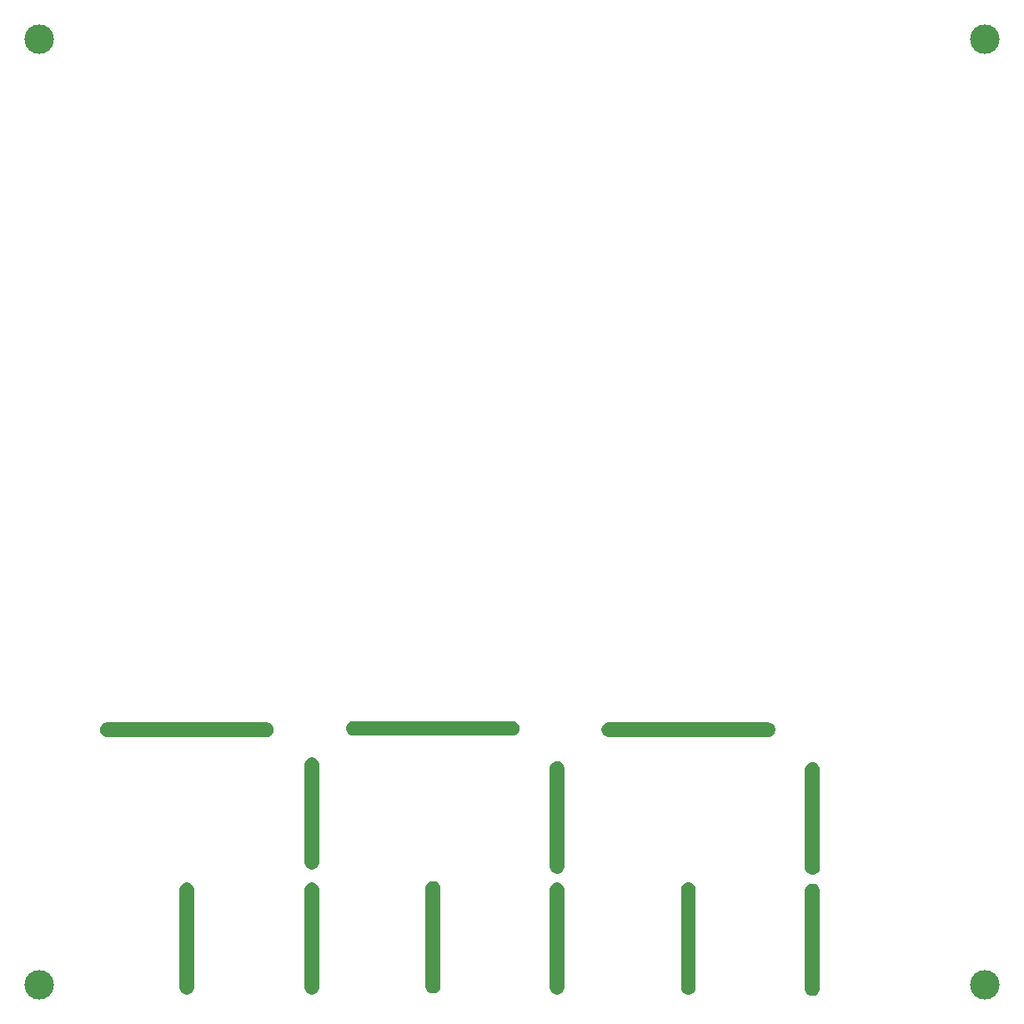
<source format=gbr>
G04 Layer_Color=0*
%FSLAX26Y26*%
%MOIN*%
%TF.FileFunction,NonPlated,1,2,NPTH,Drill*%
%TF.Part,Single*%
G01*
G75*
%TA.AperFunction,OtherDrill,Pad Free-4 (3779.527mil,3779.528mil)*%
%ADD59C,0.118110*%
%TA.AperFunction,OtherDrill,Pad Free-4 (3779.527mil,0mil)*%
%ADD60C,0.118110*%
%TA.AperFunction,OtherDrill,Pad Free-4 (0.001mil,3779.528mil)*%
%ADD61C,0.118110*%
%TA.AperFunction,OtherDrill,Pad Free-4 (0.001mil,0mil)*%
%ADD62C,0.118110*%
G36*
X3061088Y-15000D02*
Y-18889D01*
X3063101Y-26403D01*
X3066990Y-33140D01*
X3072490Y-38640D01*
X3079227Y-42529D01*
X3086741Y-44542D01*
X3094519D01*
X3102033Y-42529D01*
X3108769Y-38640D01*
X3114270Y-33140D01*
X3118159Y-26403D01*
X3120173Y-18889D01*
Y-15000D01*
D01*
Y375000D01*
Y378889D01*
X3118159Y386403D01*
X3114270Y393139D01*
X3108769Y398640D01*
X3102033Y402529D01*
X3094519Y404543D01*
X3086741D01*
X3079227Y402529D01*
X3072490Y398640D01*
X3066990Y393139D01*
X3063101Y386403D01*
X3061088Y378889D01*
Y375000D01*
D01*
Y-15000D01*
D02*
G37*
G36*
X3061718Y469409D02*
Y465520D01*
X3063731Y458006D01*
X3067620Y451270D01*
X3073120Y445769D01*
X3079857Y441880D01*
X3087371Y439867D01*
X3095149D01*
X3102663Y441880D01*
X3109399Y445769D01*
X3114900Y451270D01*
X3118789Y458006D01*
X3120802Y465520D01*
Y469409D01*
D01*
Y859409D01*
Y863299D01*
X3118789Y870812D01*
X3114900Y877549D01*
X3109399Y883049D01*
X3102663Y886939D01*
X3095149Y888952D01*
X3087371D01*
X3079857Y886939D01*
X3073120Y883049D01*
X3067620Y877549D01*
X3063731Y870812D01*
X3061718Y863299D01*
Y859409D01*
D01*
Y469409D01*
D02*
G37*
G36*
X2565457Y-10000D02*
Y-13889D01*
X2567471Y-21403D01*
X2571360Y-28140D01*
X2576860Y-33640D01*
X2583597Y-37529D01*
X2591111Y-39542D01*
X2598889D01*
X2606403Y-37529D01*
X2613140Y-33640D01*
X2618640Y-28140D01*
X2622529Y-21403D01*
X2624543Y-13889D01*
Y-10000D01*
D01*
Y380000D01*
Y383889D01*
X2622529Y391403D01*
X2618640Y398139D01*
X2613140Y403640D01*
X2606403Y407529D01*
X2598889Y409543D01*
X2591111D01*
X2583597Y407529D01*
X2576860Y403640D01*
X2571360Y398139D01*
X2567471Y391403D01*
X2565457Y383889D01*
Y380000D01*
D01*
Y-10000D01*
D02*
G37*
G36*
X2277500Y990457D02*
X2273611D01*
X2266097Y992471D01*
X2259360Y996360D01*
X2253860Y1001860D01*
X2249971Y1008597D01*
X2247957Y1016111D01*
Y1023889D01*
X2249971Y1031403D01*
X2253860Y1038139D01*
X2259360Y1043640D01*
X2266097Y1047529D01*
X2273611Y1049543D01*
X2277500D01*
D01*
X2912500D01*
X2915410D01*
X2921117Y1048407D01*
X2926494Y1046180D01*
X2931332Y1042947D01*
X2935447Y1038832D01*
X2938680Y1033994D01*
X2940907Y1028617D01*
X2942043Y1022910D01*
Y1020000D01*
Y1017090D01*
X2940907Y1011383D01*
X2938680Y1006006D01*
X2935447Y1001168D01*
X2931332Y997053D01*
X2926494Y993820D01*
X2921117Y991593D01*
X2915410Y990457D01*
X2912500D01*
D01*
X2277500D01*
D02*
G37*
G36*
X2040457Y-10000D02*
Y-13889D01*
X2042471Y-21403D01*
X2046360Y-28140D01*
X2051860Y-33640D01*
X2058597Y-37529D01*
X2066111Y-39542D01*
X2073889D01*
X2081403Y-37529D01*
X2088140Y-33640D01*
X2093640Y-28140D01*
X2097529Y-21403D01*
X2099543Y-13889D01*
Y-10000D01*
D01*
Y380000D01*
Y383889D01*
X2097529Y391403D01*
X2093640Y398139D01*
X2088140Y403640D01*
X2081403Y407529D01*
X2073889Y409543D01*
X2066111D01*
X2058597Y407529D01*
X2051860Y403640D01*
X2046360Y398139D01*
X2042471Y391403D01*
X2040457Y383889D01*
Y380000D01*
D01*
Y-10000D01*
D02*
G37*
G36*
X2041088Y474409D02*
Y470520D01*
X2043101Y463006D01*
X2046990Y456270D01*
X2052490Y450769D01*
X2059227Y446880D01*
X2066741Y444867D01*
X2074519D01*
X2082033Y446880D01*
X2088769Y450769D01*
X2094270Y456270D01*
X2098159Y463006D01*
X2100173Y470520D01*
Y474409D01*
D01*
Y864409D01*
Y868299D01*
X2098159Y875812D01*
X2094270Y882549D01*
X2088769Y888049D01*
X2082033Y891939D01*
X2074519Y893952D01*
X2066741D01*
X2059227Y891939D01*
X2052490Y888049D01*
X2046990Y882549D01*
X2043101Y875812D01*
X2041088Y868299D01*
Y864409D01*
D01*
Y474409D01*
D02*
G37*
G36*
X1544828Y-5000D02*
Y-8889D01*
X1546841Y-16403D01*
X1550730Y-23140D01*
X1556230Y-28640D01*
X1562967Y-32529D01*
X1570481Y-34542D01*
X1578259D01*
X1585773Y-32529D01*
X1592509Y-28640D01*
X1598010Y-23140D01*
X1601899Y-16403D01*
X1603912Y-8889D01*
Y-5000D01*
D01*
Y385000D01*
Y388889D01*
X1601899Y396403D01*
X1598010Y403139D01*
X1592509Y408640D01*
X1585773Y412529D01*
X1578259Y414543D01*
X1570481D01*
X1562967Y412529D01*
X1556230Y408640D01*
X1550730Y403139D01*
X1546841Y396403D01*
X1544828Y388889D01*
Y385000D01*
D01*
Y-5000D01*
D02*
G37*
G36*
X1256870Y995457D02*
X1252981D01*
X1245467Y997471D01*
X1238730Y1001360D01*
X1233230Y1006860D01*
X1229341Y1013597D01*
X1227328Y1021111D01*
Y1028889D01*
X1229341Y1036403D01*
X1233230Y1043139D01*
X1238730Y1048640D01*
X1245467Y1052529D01*
X1252981Y1054543D01*
X1256870D01*
D01*
X1891870D01*
X1894780D01*
X1900487Y1053407D01*
X1905864Y1051180D01*
X1910702Y1047947D01*
X1914817Y1043832D01*
X1918050Y1038994D01*
X1920277Y1033617D01*
X1921412Y1027910D01*
Y1025000D01*
Y1022090D01*
X1920277Y1016383D01*
X1918050Y1011006D01*
X1914817Y1006168D01*
X1910702Y1002053D01*
X1905864Y998820D01*
X1900487Y996593D01*
X1894780Y995457D01*
X1891870D01*
D01*
X1256870D01*
D02*
G37*
G36*
X1060457Y-10000D02*
Y-13889D01*
X1062471Y-21403D01*
X1066360Y-28140D01*
X1071860Y-33640D01*
X1078597Y-37529D01*
X1086111Y-39542D01*
X1093889D01*
X1101403Y-37529D01*
X1108139Y-33640D01*
X1113640Y-28140D01*
X1117529Y-21403D01*
X1119543Y-13889D01*
Y-10000D01*
D01*
Y380000D01*
Y383889D01*
X1117529Y391403D01*
X1113640Y398139D01*
X1108139Y403640D01*
X1101403Y407529D01*
X1093889Y409543D01*
X1086111D01*
X1078597Y407529D01*
X1071860Y403640D01*
X1066360Y398139D01*
X1062471Y391403D01*
X1060457Y383889D01*
Y380000D01*
D01*
Y-10000D01*
D02*
G37*
G36*
Y490000D02*
Y486111D01*
X1062471Y478597D01*
X1066360Y471860D01*
X1071860Y466360D01*
X1078597Y462471D01*
X1086111Y460457D01*
X1093889D01*
X1101403Y462471D01*
X1108139Y466360D01*
X1113640Y471860D01*
X1117529Y478597D01*
X1119543Y486111D01*
Y490000D01*
D01*
Y880000D01*
Y883889D01*
X1117529Y891403D01*
X1113640Y898139D01*
X1108139Y903640D01*
X1101403Y907529D01*
X1093889Y909543D01*
X1086111D01*
X1078597Y907529D01*
X1071860Y903640D01*
X1066360Y898139D01*
X1062471Y891403D01*
X1060457Y883889D01*
Y880000D01*
D01*
Y490000D01*
D02*
G37*
G36*
X272500Y990457D02*
X268611D01*
X261097Y992471D01*
X254360Y996360D01*
X248860Y1001860D01*
X244971Y1008597D01*
X242958Y1016111D01*
Y1023889D01*
X244971Y1031403D01*
X248860Y1038139D01*
X254360Y1043640D01*
X261097Y1047529D01*
X268611Y1049543D01*
X272500D01*
D01*
X907500D01*
X910410D01*
X916117Y1048407D01*
X921494Y1046180D01*
X926332Y1042947D01*
X930447Y1038832D01*
X933680Y1033994D01*
X935907Y1028617D01*
X937043Y1022910D01*
Y1020000D01*
Y1017090D01*
X935907Y1011383D01*
X933680Y1006006D01*
X930447Y1001168D01*
X926332Y997053D01*
X921494Y993820D01*
X916117Y991593D01*
X910410Y990457D01*
X907500D01*
D01*
X272500D01*
D02*
G37*
G36*
X560457Y-10000D02*
Y-13889D01*
X562471Y-21403D01*
X566360Y-28140D01*
X571860Y-33640D01*
X578597Y-37529D01*
X586111Y-39542D01*
X593889D01*
X601403Y-37529D01*
X608139Y-33640D01*
X613640Y-28140D01*
X617529Y-21403D01*
X619543Y-13889D01*
Y-10000D01*
D01*
Y380000D01*
Y383889D01*
X617529Y391403D01*
X613640Y398139D01*
X608139Y403640D01*
X601403Y407529D01*
X593889Y409543D01*
X586111D01*
X578597Y407529D01*
X571860Y403640D01*
X566360Y398139D01*
X562471Y391403D01*
X560457Y383889D01*
Y380000D01*
D01*
Y-10000D01*
D02*
G37*
D59*
X3779527Y3779528D02*
D03*
D60*
Y-0D02*
D03*
D61*
X1Y3779528D02*
D03*
D62*
Y-0D02*
D03*
%TF.MD5,170611d086678ea220b82c8e6007923d*%
M02*

</source>
